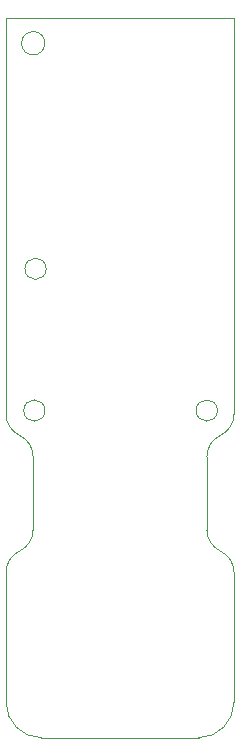
<source format=gbr>
%TF.GenerationSoftware,KiCad,Pcbnew,(5.1.6)-1*%
%TF.CreationDate,2021-10-03T16:09:20-04:00*%
%TF.ProjectId,horny_dom,686f726e-795f-4646-9f6d-2e6b69636164,rev?*%
%TF.SameCoordinates,Original*%
%TF.FileFunction,Profile,NP*%
%FSLAX46Y46*%
G04 Gerber Fmt 4.6, Leading zero omitted, Abs format (unit mm)*
G04 Created by KiCad (PCBNEW (5.1.6)-1) date 2021-10-03 16:09:20*
%MOMM*%
%LPD*%
G01*
G04 APERTURE LIST*
%TA.AperFunction,Profile*%
%ADD10C,0.050000*%
%TD*%
G04 APERTURE END LIST*
D10*
X157900000Y-105700000D02*
G75*
G03*
X157900000Y-105700000I-900000J0D01*
G01*
X157007400Y-109600000D02*
X157007400Y-115800000D01*
X140000000Y-106000000D02*
G75*
G03*
X141146300Y-107800000I1986393J0D01*
G01*
X159300000Y-72500000D02*
X159300000Y-106000000D01*
X142292600Y-115800000D02*
G75*
G02*
X141146300Y-117600000I-1986393J0D01*
G01*
X140000000Y-106000000D02*
X140000000Y-72500000D01*
X156300000Y-133400000D02*
X143000000Y-133400000D01*
X142292600Y-115800000D02*
X142292600Y-109600000D01*
X143400000Y-93700000D02*
G75*
G03*
X143400000Y-93700000I-900000J0D01*
G01*
X159300000Y-130400000D02*
G75*
G02*
X156300000Y-133400000I-3000000J0D01*
G01*
X142292600Y-109600000D02*
G75*
G03*
X141146300Y-107800000I-1986393J0D01*
G01*
X143000000Y-133400000D02*
G75*
G02*
X140000000Y-130400000I0J3000000D01*
G01*
X140000000Y-72500000D02*
X159300000Y-72500000D01*
X159300000Y-106000000D02*
G75*
G02*
X158153700Y-107800000I-1986393J0D01*
G01*
X157007400Y-109600000D02*
G75*
G02*
X158153700Y-107800000I1986393J0D01*
G01*
X143300000Y-105700000D02*
G75*
G03*
X143300000Y-105700000I-900000J0D01*
G01*
X140000000Y-119400000D02*
G75*
G02*
X141146300Y-117600000I1986393J0D01*
G01*
X157007400Y-115800000D02*
G75*
G03*
X158153700Y-117600000I1986393J0D01*
G01*
X159300000Y-119400000D02*
G75*
G03*
X158153700Y-117600000I-1986393J0D01*
G01*
X159300000Y-119400000D02*
X159300000Y-130400000D01*
X140000000Y-119400000D02*
X140000000Y-130400000D01*
X143284886Y-74600000D02*
G75*
G03*
X143284886Y-74600000I-984886J0D01*
G01*
M02*

</source>
